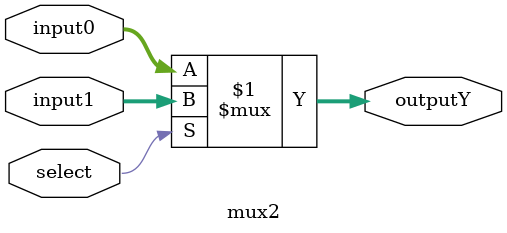
<source format=sv>
`ifndef MUX2
`define MUX2

`timescale 1ns/100ps

module mux2 #(
    parameter WIDTH = 16  // Default to 16 bits
)(
    input wire [WIDTH-1:0] input0,  // Input 0
    input wire [WIDTH-1:0] input1,  // Input 1
    input wire select,              // Selection signal
    output wire [WIDTH-1:0] outputY // Output
);

    // Implement the multiplexer logic
    // Select input1 if select is high, otherwise input0
    assign outputY = select ? input1 : input0;

endmodule

`endif // MUX2

</source>
